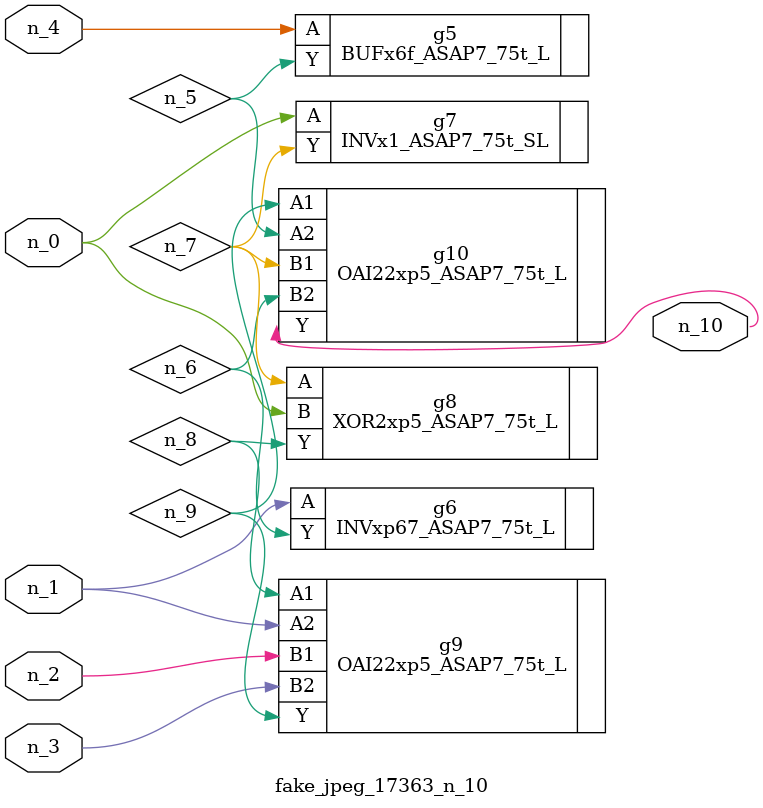
<source format=v>
module fake_jpeg_17363_n_10 (n_3, n_2, n_1, n_0, n_4, n_10);

input n_3;
input n_2;
input n_1;
input n_0;
input n_4;

output n_10;

wire n_8;
wire n_9;
wire n_6;
wire n_5;
wire n_7;

BUFx6f_ASAP7_75t_L g5 ( 
.A(n_4),
.Y(n_5)
);

INVxp67_ASAP7_75t_L g6 ( 
.A(n_1),
.Y(n_6)
);

INVx1_ASAP7_75t_SL g7 ( 
.A(n_0),
.Y(n_7)
);

XOR2xp5_ASAP7_75t_L g8 ( 
.A(n_7),
.B(n_0),
.Y(n_8)
);

OAI22xp5_ASAP7_75t_L g9 ( 
.A1(n_8),
.A2(n_1),
.B1(n_2),
.B2(n_3),
.Y(n_9)
);

OAI22xp5_ASAP7_75t_L g10 ( 
.A1(n_9),
.A2(n_5),
.B1(n_7),
.B2(n_6),
.Y(n_10)
);


endmodule
</source>
